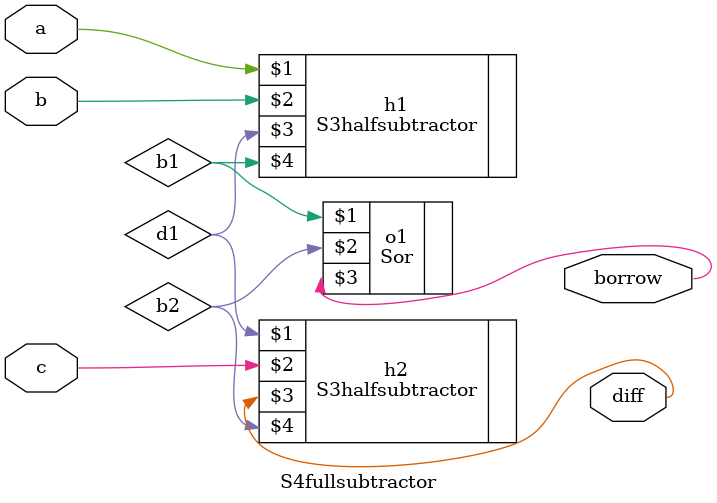
<source format=v>
module S4fullsubtractor(a,b,c,diff,borrow
    );
input a,b,c;
output diff,borrow;
wire diff,d1,borrow,b1,b2;
S3halfsubtractor h1(a,b,d1,b1);
S3halfsubtractor h2(d1,c,diff,b2);
Sor o1(b1,b2,borrow);
endmodule


</source>
